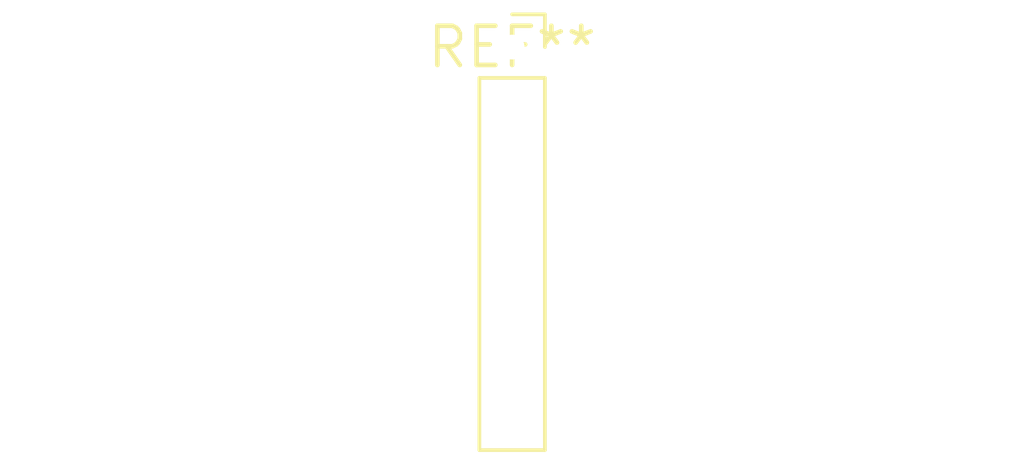
<source format=kicad_pcb>
(kicad_pcb (version 20240108) (generator pcbnew)
  (layers (0 "F.Cu" signal) (31 "B.Cu" signal) (34 "B.Paste" user) (35 "F.Paste" user) (36 "B.SilkS" user "B.Silkscreen") (37 "F.SilkS" user "F.Silkscreen") (38 "B.Mask" user) (39 "F.Mask" user) (44 "Edge.Cuts" user))
  (net 0 "")
  (footprint "PinSocket_1x07_P2.00mm_Vertical" (layer "F.Cu") (at 0 0)
    (property "Reference" "REF**")
    (property "Value" "PinSocket_1x07_P2.00mm_Vertical")
    (fp_line (start -1.06 1) (end -1.06 13.06) (layer "F.SilkS") (stroke (width 0.12)))
    (fp_line (start -1.06 1) (end 1.06 1) (layer "F.SilkS") (stroke (width 0.12)))
    (fp_line (start -1.06 13.06) (end 1.06 13.06) (layer "F.SilkS") (stroke (width 0.12)))
    (fp_line (start 0 -1.06) (end 1.06 -1.06) (layer "F.SilkS") (stroke (width 0.12)))
    (fp_line (start 1.06 -1.06) (end 1.06 0) (layer "F.SilkS") (stroke (width 0.12)))
    (fp_line (start 1.06 1) (end 1.06 13.06) (layer "F.SilkS") (stroke (width 0.12)))
    (pad "1" thru_hole rect (at 0 0) (size 1.35 1.35) (drill 0.8) (layers *.Cu *.Mask) (remove_unused_layers))
    (pad "2" thru_hole oval (at 0 2) (size 1.35 1.35) (drill 0.8) (layers *.Cu *.Mask) (remove_unused_layers))
    (pad "3" thru_hole oval (at 0 4) (size 1.35 1.35) (drill 0.8) (layers *.Cu *.Mask) (remove_unused_layers))
    (pad "4" thru_hole oval (at 0 6) (size 1.35 1.35) (drill 0.8) (layers *.Cu *.Mask) (remove_unused_layers))
    (pad "5" thru_hole oval (at 0 8) (size 1.35 1.35) (drill 0.8) (layers *.Cu *.Mask) (remove_unused_layers))
    (pad "6" thru_hole oval (at 0 10) (size 1.35 1.35) (drill 0.8) (layers *.Cu *.Mask) (remove_unused_layers))
    (pad "7" thru_hole oval (at 0 12) (size 1.35 1.35) (drill 0.8) (layers *.Cu *.Mask) (remove_unused_layers))
  )
)
</source>
